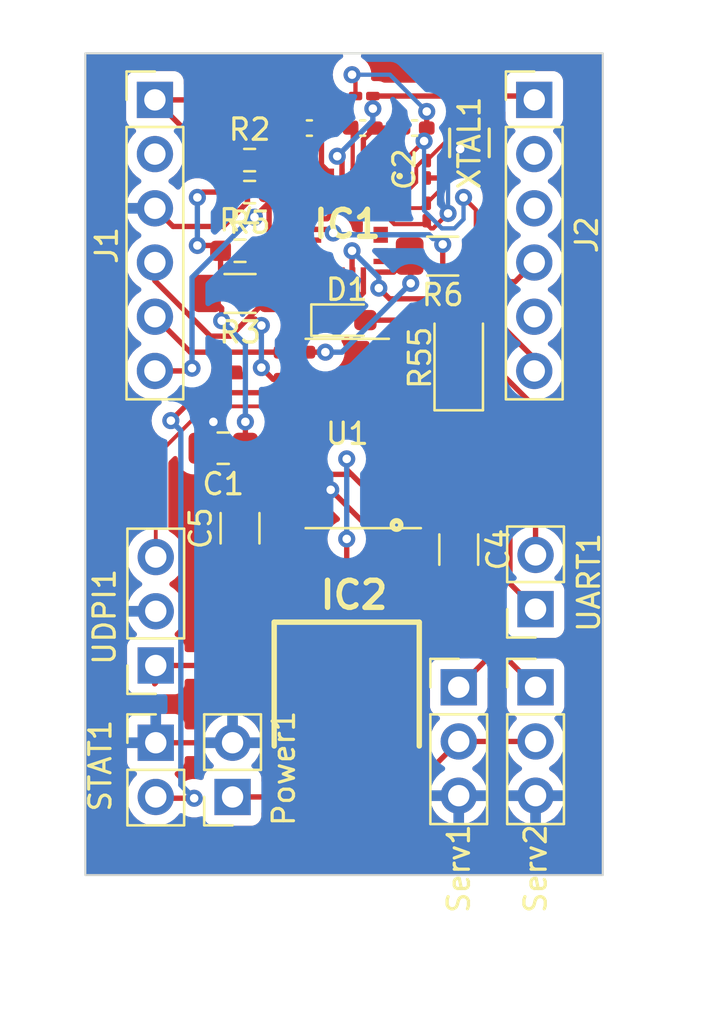
<source format=kicad_pcb>
(kicad_pcb (version 20221018) (generator pcbnew)
  (layers (0 "F.Cu" signal) (31 "B.Cu" signal) (34 "B.Paste" user) (35 "F.Paste" user) (36 "B.SilkS" user "B.Silkscreen") (37 "F.SilkS" user "F.Silkscreen") (38 "B.Mask" user) (39 "F.Mask" user) (44 "Edge.Cuts" user))
  (net 0 "")
  (net 1 "3.3")
  (net 2 "GND")
  (net 3 "Net-(IC1-XIN32)")
  (net 4 "Net-(IC1-XOUT32{slash}CLKSEL1)")
  (net 5 "+5V")
  (net 6 "Net-(IC1-CAP)")
  (net 7 "Net-(D1-A)")
  (net 8 "SDA")
  (net 9 "SCL")
  (net 11 "INT")
  (net 12 "BOOTN")
  (net 15 "RST")
  (net 17 "CSN")
  (net 18 "+BATT")
  (net 19 "LED")
  (net 20 "PWM 1")
  (net 21 "PWM 2")
  (net 22 "STAT")
  (net 23 "RX")
  (net 24 "TX")
  (net 25 "UPDI")
  (footprint "Capacitor_SMD:C_1206_3216Metric_Pad1.33x1.80mm_HandSolder" (layer "F.Cu") (at 78.25 94.75 90)
    (fp_text reference "C5" (at 0 -1.85 90) (layer "F.SilkS"))
    (fp_text value "C_100uF" hide)
    (fp_line (start -0.711252 -0.91) (end 0.711252 -0.91) (stroke (width 0.12)) (layer "F.SilkS"))
    (fp_line (start -0.711252 0.91) (end 0.711252 0.91) (stroke (width 0.12)) (layer "F.SilkS"))
    (pad "1" smd roundrect (at -1.5625 0 90) (size 1.325 1.8) (layers "F.Cu" "F.Paste" "F.Mask") (roundrect_rratio 0.188679) (net 5 "+5V"))
    (pad "2" smd roundrect (at 1.5625 0 90) (size 1.325 1.8) (layers "F.Cu" "F.Paste" "F.Mask") (roundrect_rratio 0.188679) (net 2 "GND"))
  )
  (footprint "Capacitor_SMD:C_0402_1005Metric_Pad0.74x0.62mm_HandSolder" (layer "F.Cu") (at 81.5 76 180)
    (fp_text reference "D-CUP2" hide)
    (fp_text value "C_0.1uF" hide)
    (fp_line (start -0.115835 -0.36) (end 0.115835 -0.36) (stroke (width 0.12)) (layer "F.SilkS"))
    (fp_line (start -0.115835 0.36) (end 0.115835 0.36) (stroke (width 0.12)) (layer "F.SilkS"))
    (pad "1" smd roundrect (at -0.5675 0 180) (size 0.735 0.62) (layers "F.Cu" "F.Paste" "F.Mask") (net 2 "GND"))
    (pad "2" smd roundrect (at 0.5675 0 180) (size 0.735 0.62) (layers "F.Cu" "F.Paste" "F.Mask") (net 6 "Net-(IC1-CAP)"))
  )
  (footprint "Resistor_SMD:R_1206_3216Metric_Pad1.30x1.75mm_HandSolder" (layer "F.Cu") (at 87.75 82 180)
    (fp_text reference "R6" (at 0 -1.82) (layer "F.SilkS"))
    (fp_text value "2.2k" hide)
    (fp_line (start -0.727064 -0.91) (end 0.727064 -0.91) (stroke (width 0.12)) (layer "F.SilkS"))
    (fp_line (start -0.727064 0.91) (end 0.727064 0.91) (stroke (width 0.12)) (layer "F.SilkS"))
    (pad "1" smd roundrect (at -1.55 0 180) (size 1.3 1.75) (layers "F.Cu" "F.Paste" "F.Mask") (roundrect_rratio 0.192308) (net 1 "3.3"))
    (pad "2" smd roundrect (at 1.55 0 180) (size 1.3 1.75) (layers "F.Cu" "F.Paste" "F.Mask") (roundrect_rratio 0.192308) (net 8 "SDA"))
  )
  (footprint "Connector_PinHeader_2.54mm:PinHeader_1x06_P2.54mm_Vertical" (layer "F.Cu") (at 92.04 74.68)
    (fp_text reference "J2" (at 2.46 6.32 90) (layer "F.SilkS"))
    (fp_text value "Conn_01x06_Socket" hide)
    (fp_line (start -1.33 -1.33) (end 0 -1.33) (stroke (width 0.12)) (layer "F.SilkS"))
    (fp_line (start -1.33 0) (end -1.33 -1.33) (stroke (width 0.12)) (layer "F.SilkS"))
    (fp_line (start -1.33 1.27) (end -1.33 14.03) (stroke (width 0.12)) (layer "F.SilkS"))
    (fp_line (start -1.33 1.27) (end 1.33 1.27) (stroke (width 0.12)) (layer "F.SilkS"))
    (fp_line (start -1.33 14.03) (end 1.33 14.03) (stroke (width 0.12)) (layer "F.SilkS"))
    (fp_line (start 1.33 1.27) (end 1.33 14.03) (stroke (width 0.12)) (layer "F.SilkS"))
    (pad "1" thru_hole rect (at 0 0) (size 1.7 1.7) (drill 1) (layers "*.Cu" "*.Mask") (net 12 "BOOTN"))
    (pad "2" thru_hole oval (at 0 2.54) (size 1.7 1.7) (drill 1) (layers "*.Cu" "*.Mask"))
    (pad "3" thru_hole oval (at 0 5.08) (size 1.7 1.7) (drill 1) (layers "*.Cu" "*.Mask"))
    (pad "4" thru_hole oval (at 0 7.62) (size 1.7 1.7) (drill 1) (layers "*.Cu" "*.Mask") (net 15 "RST"))
    (pad "5" thru_hole oval (at 0 10.16) (size 1.7 1.7) (drill 1) (layers "*.Cu" "*.Mask"))
    (pad "6" thru_hole oval (at 0 12.7) (size 1.7 1.7) (drill 1) (layers "*.Cu" "*.Mask") (net 17 "CSN"))
  )
  (footprint "Capacitor_SMD:C_1206_3216Metric_Pad1.33x1.80mm_HandSolder" (layer "F.Cu") (at 88.5 95.75 -90)
    (fp_text reference "C4" (at 0 -1.85 90) (layer "F.SilkS"))
    (fp_text value "C_100uF" hide)
    (fp_line (start -0.711252 -0.91) (end 0.711252 -0.91) (stroke (width 0.12)) (layer "F.SilkS"))
    (fp_line (start -0.711252 0.91) (end 0.711252 0.91) (stroke (width 0.12)) (layer "F.SilkS"))
    (pad "1" smd roundrect (at -1.5625 0 270) (size 1.325 1.8) (layers "F.Cu" "F.Paste" "F.Mask") (roundrect_rratio 0.188679) (net 1 "3.3"))
    (pad "2" smd roundrect (at 1.5625 0 270) (size 1.325 1.8) (layers "F.Cu" "F.Paste" "F.Mask") (roundrect_rratio 0.188679) (net 2 "GND"))
  )
  (footprint "LED_SMD:LED_0603_1608Metric_Pad1.05x0.95mm_HandSolder" (layer "F.Cu") (at 83.25 85)
    (fp_text reference "D1" (at 0 -1.43) (layer "F.SilkS"))
    (fp_text value "LED")
    (fp_line (start -1.66 -0.735) (end -1.66 0.735) (stroke (width 0.12)) (layer "F.SilkS"))
    (fp_line (start -1.66 0.735) (end 0.8 0.735) (stroke (width 0.12)) (layer "F.SilkS"))
    (fp_line (start 0.8 -0.735) (end -1.66 -0.735) (stroke (width 0.12)) (layer "F.SilkS"))
    (pad "1" smd roundrect (at -0.875 0) (size 1.05 0.95) (layers "F.Cu" "F.Paste" "F.Mask") (net 2 "GND"))
    (pad "2" smd roundrect (at 0.875 0) (size 1.05 0.95) (layers "F.Cu" "F.Paste" "F.Mask") (net 7 "Net-(D1-A)"))
  )
  (footprint "Resistor_SMD:R_1206_3216Metric_Pad1.30x1.75mm_HandSolder" (layer "F.Cu") (at 78.25 83.75 180)
    (fp_text reference "R3" (at 0 -1.82) (layer "F.SilkS"))
    (fp_text value "2.2k" hide)
    (fp_line (start -0.727064 -0.91) (end 0.727064 -0.91) (stroke (width 0.12)) (layer "F.SilkS"))
    (fp_line (start -0.727064 0.91) (end 0.727064 0.91) (stroke (width 0.12)) (layer "F.SilkS"))
    (pad "1" smd roundrect (at -1.55 0 180) (size 1.3 1.75) (layers "F.Cu" "F.Paste" "F.Mask") (roundrect_rratio 0.192308) (net 9 "SCL"))
    (pad "2" smd roundrect (at 1.55 0 180) (size 1.3 1.75) (layers "F.Cu" "F.Paste" "F.Mask") (roundrect_rratio 0.192308) (net 1 "3.3"))
  )
  (footprint "Connector_PinSocket_2.54mm:PinSocket_1x02_P2.54mm_Vertical" (layer "F.Cu") (at 92.1 98.54 180)
    (fp_text reference "UART1" (at -2.5 1.25 90) (layer "F.SilkS"))
    (fp_text value "Conn_01x02_Socket" hide)
    (fp_line (start -1.33 1.27) (end -1.33 3.87) (stroke (width 0.12)) (layer "F.SilkS"))
    (fp_line (start -1.33 1.27) (end 1.33 1.27) (stroke (width 0.12)) (layer "F.SilkS"))
    (fp_line (start -1.33 3.87) (end 1.33 3.87) (stroke (width 0.12)) (layer "F.SilkS"))
    (fp_line (start 0 -1.33) (end 1.33 -1.33) (stroke (width 0.12)) (layer "F.SilkS"))
    (fp_line (start 1.33 -1.33) (end 1.33 0) (stroke (width 0.12)) (layer "F.SilkS"))
    (fp_line (start 1.33 1.27) (end 1.33 3.87) (stroke (width 0.12)) (layer "F.SilkS"))
    (pad "1" thru_hole rect (at 0 0 180) (size 1.7 1.7) (drill 1) (layers "*.Cu" "*.Mask") (net 23 "RX"))
    (pad "2" thru_hole oval (at 0 2.54 180) (size 1.7 1.7) (drill 1) (layers "*.Cu" "*.Mask") (net 24 "TX"))
  )
  (footprint "Connector_PinSocket_2.54mm:PinSocket_1x03_P2.54mm_Vertical" (layer "F.Cu") (at 74.3 101.18 180)
    (fp_text reference "UDPI1" (at 2.4 2.28 90) (layer "F.SilkS"))
    (fp_text value "Conn_01x03_Socket" hide)
    (fp_line (start -1.33 1.27) (end -1.33 6.41) (stroke (width 0.12)) (layer "F.SilkS"))
    (fp_line (start -1.33 1.27) (end 1.33 1.27) (stroke (width 0.12)) (layer "F.SilkS"))
    (fp_line (start -1.33 6.41) (end 1.33 6.41) (stroke (width 0.12)) (layer "F.SilkS"))
    (fp_line (start 0 -1.33) (end 1.33 -1.33) (stroke (width 0.12)) (layer "F.SilkS"))
    (fp_line (start 1.33 -1.33) (end 1.33 0) (stroke (width 0.12)) (layer "F.SilkS"))
    (fp_line (start 1.33 1.27) (end 1.33 6.41) (stroke (width 0.12)) (layer "F.SilkS"))
    (pad "1" thru_hole rect (at 0 0 180) (size 1.7 1.7) (drill 1) (layers "*.Cu" "*.Mask") (net 1 "3.3"))
    (pad "2" thru_hole oval (at 0 2.54 180) (size 1.7 1.7) (drill 1) (layers "*.Cu" "*.Mask") (net 2 "GND"))
    (pad "3" thru_hole oval (at 0 5.08 180) (size 1.7 1.7) (drill 1) (layers "*.Cu" "*.Mask") (net 25 "UPDI"))
  )
  (footprint "Connector_PinHeader_2.54mm:PinHeader_1x02_P2.54mm_Vertical" (layer "F.Cu") (at 74.3 104.8)
    (fp_text reference "STAT1" (at -2.6 1.075 90) (layer "F.SilkS"))
    (fp_text value "Conn_01x02_Pin" hide)
    (fp_line (start -1.33 -1.33) (end 0 -1.33) (stroke (width 0.12)) (layer "F.SilkS"))
    (fp_line (start -1.33 0) (end -1.33 -1.33) (stroke (width 0.12)) (layer "F.SilkS"))
    (fp_line (start -1.33 1.27) (end -1.33 3.87) (stroke (width 0.12)) (layer "F.SilkS"))
    (fp_line (start -1.33 1.27) (end 1.33 1.27) (stroke (width 0.12)) (layer "F.SilkS"))
    (fp_line (start -1.33 3.87) (end 1.33 3.87) (stroke (width 0.12)) (layer "F.SilkS"))
    (fp_line (start 1.33 1.27) (end 1.33 3.87) (stroke (width 0.12)) (layer "F.SilkS"))
    (pad "1" thru_hole rect (at 0 0) (size 1.7 1.7) (drill 1) (layers "*.Cu" "*.Mask") (net 2 "GND"))
    (pad "2" thru_hole oval (at 0 2.54) (size 1.7 1.7) (drill 1) (layers "*.Cu" "*.Mask") (net 22 "STAT"))
  )
  (footprint "32Crys:XTAL_ABS07-32.768KHZ-7-T_ABR" (layer "F.Cu") (at 89 76.6938 90)
    (fp_text reference "XTAL1" (at 0 0 90 unlocked) (layer "F.SilkS"))
    (fp_text value "ABS07-32.768KHZ-7-T" hide)
    (fp_line (start -0.647219 0.9271) (end 0.647219 0.9271) (stroke (width 0.1524)) (layer "F.SilkS"))
    (fp_line (start 0.647219 -0.9271) (end -0.647219 -0.9271) (stroke (width 0.1524)) (layer "F.SilkS"))
    (pad "1" smd rect (at -1.1938 0 90) (size 0.6096 1.397) (layers "F.Cu" "F.Paste" "F.Mask") (net 4 "Net-(IC1-XOUT32{slash}CLKSEL1)"))
    (pad "2" smd rect (at 1.1938 0 90) (size 0.6096 1.397) (layers "F.Cu" "F.Paste" "F.Mask") (net 3 "Net-(IC1-XIN32)"))
  )
  (footprint "Connector_PinHeader_2.54mm:PinHeader_1x06_P2.54mm_Vertical" (layer "F.Cu") (at 74.26 74.68)
    (fp_text reference "J1" (at -2.26 6.82 -90) (layer "F.SilkS"))
    (fp_text value "Conn_01x06_Socket" hide)
    (fp_line (start -1.33 -1.33) (end 0 -1.33) (stroke (width 0.12)) (layer "F.SilkS"))
    (fp_line (start -1.33 0) (end -1.33 -1.33) (stroke (width 0.12)) (layer "F.SilkS"))
    (fp_line (start -1.33 1.27) (end -1.33 14.03) (stroke (width 0.12)) (layer "F.SilkS"))
    (fp_line (start -1.33 1.27) (end 1.33 1.27) (stroke (width 0.12)) (layer "F.SilkS"))
    (fp_line (start -1.33 14.03) (end 1.33 14.03) (stroke (width 0.12)) (layer "F.SilkS"))
    (fp_line (start 1.33 1.27) (end 1.33 14.03) (stroke (width 0.12)) (layer "F.SilkS"))
    (pad "1" thru_hole rect (at 0 0) (size 1.7 1.7) (drill 1) (layers "*.Cu" "*.Mask") (net 1 "3.3"))
    (pad "2" thru_hole oval (at 0 2.54) (size 1.7 1.7) (drill 1) (layers "*.Cu" "*.Mask"))
    (pad "3" thru_hole oval (at 0 5.08) (size 1.7 1.7) (drill 1) (layers "*.Cu" "*.Mask") (net 2 "GND"))
    (pad "4" thru_hole oval (at 0 7.62) (size 1.7 1.7) (drill 1) (layers "*.Cu" "*.Mask") (net 9 "SCL"))
    (pad "5" thru_hole oval (at 0 10.16) (size 1.7 1.7) (drill 1) (layers "*.Cu" "*.Mask") (net 8 "SDA"))
    (pad "6" thru_hole oval (at 0 12.7) (size 1.7 1.7) (drill 1) (layers "*.Cu" "*.Mask") (net 11 "INT"))
  )
  (footprint "VReg3.3:TO252-3L_1" (layer "F.Cu") (at 83.25 104.95 180)
    (fp_text reference "IC2" (at -0.341 7.069) (layer "F.SilkS") (effects (font (size 1.27 1.27) (thickness 0.254))))
    (fp_text value "AP1086DL-13" hide)
    (fp_line (start -3.4 0) (end -3.4 5.8) (stroke (width 0.254)) (layer "F.SilkS"))
    (fp_line (start -3.4 5.8) (end 3.4 5.8) (stroke (width 0.254)) (layer "F.SilkS"))
    (fp_line (start 3.4 5.8) (end 3.4 0) (stroke (width 0.254)) (layer "F.SilkS"))
    (fp_circle (center -2.335 10.353) (end -2.335 10.42573) (stroke (width 0.254)) (fill none) (layer "F.SilkS"))
    (pad "1" smd rect (at -2.25 8.7 180) (size 1.2 2) (layers "F.Cu" "F.Paste" "F.Mask") (net 2 "GND"))
    (pad "2" smd rect (at 2.25 8.7 180) (size 1.2 2) (layers "F.Cu" "F.Paste" "F.Mask") (net 5 "+5V"))
    (pad "3" smd rect (at 0 1.5 270) (size 5.6 5.6) (layers "F.Cu" "F.Paste" "F.Mask") (net 1 "3.3"))
  )
  (footprint "Connector_PinHeader_2.54mm:PinHeader_1x03_P2.54mm_Vertical" (layer "F.Cu") (at 92.1 102.2)
    (fp_text reference "Serv2" (at 0 8.5 90) (layer "F.SilkS"))
    (fp_text value "Conn_01x03_Pin" hide)
    (fp_line (start -1.33 -1.33) (end 0 -1.33) (stroke (width 0.12)) (layer "F.SilkS"))
    (fp_line (start -1.33 0) (end -1.33 -1.33) (stroke (width 0.12)) (layer "F.SilkS"))
    (fp_line (start -1.33 1.27) (end -1.33 6.41) (stroke (width 0.12)) (layer "F.SilkS"))
    (fp_line (start -1.33 1.27) (end 1.33 1.27) (stroke (width 0.12)) (layer "F.SilkS"))
    (fp_line (start -1.33 6.41) (end 1.33 6.41) (stroke (width 0.12)) (layer "F.SilkS"))
    (fp_line (start 1.33 1.27) (end 1.33 6.41) (stroke (width 0.12)) (layer "F.SilkS"))
    (pad "1" thru_hole rect (at 0 0) (size 1.7 1.7) (drill 1) (layers "*.Cu" "*.Mask") (net 21 "PWM 2"))
    (pad "2" thru_hole oval (at 0 2.54) (size 1.7 1.7) (drill 1) (layers "*.Cu" "*.Mask") (net 18 "+BATT"))
    (pad "3" thru_hole oval (at 0 5.08) (size 1.7 1.7) (drill 1) (layers "*.Cu" "*.Mask") (net 2 "GND"))
  )
  (footprint "Capacitor_SMD:C_0201_0603Metric_Pad0.64x0.40mm_HandSolder" (layer "F.Cu") (at 87 79.9325 90)
    (fp_text reference "C3" hide)
    (fp_text value "CL10C070DB8NNNC" hide)
    (pad "1" smd roundrect (at -0.4075 0 90) (size 0.635 0.4) (layers "F.Cu" "F.Mask") (net 2 "GND"))
    (pad "2" smd roundrect (at 0.4075 0 90) (size 0.635 0.4) (layers "F.Cu" "F.Mask") (net 4 "Net-(IC1-XOUT32{slash}CLKSEL1)"))
  )
  (footprint "Connector_PinHeader_2.54mm:PinHeader_1x03_P2.54mm_Vertical" (layer "F.Cu") (at 88.5 102.2)
    (fp_text reference "Serv1" (at 0 8.5 -90) (layer "F.SilkS"))
    (fp_text value "Conn_01x03_Pin" hide)
    (fp_line (start -1.33 -1.33) (end 0 -1.33) (stroke (width 0.12)) (layer "F.SilkS"))
    (fp_line (start -1.33 0) (end -1.33 -1.33) (stroke (width 0.12)) (layer "F.SilkS"))
    (fp_line (start -1.33 1.27) (end -1.33 6.41) (stroke (width 0.12)) (layer "F.SilkS"))
    (fp_line (start -1.33 1.27) (end 1.33 1.27) (stroke (width 0.12)) (layer "F.SilkS"))
    (fp_line (start -1.33 6.41) (end 1.33 6.41) (stroke (width 0.12)) (layer "F.SilkS"))
    (fp_line (start 1.33 1.27) (end 1.33 6.41) (stroke (width 0.12)) (layer "F.SilkS"))
    (pad "1" thru_hole rect (at 0 0) (size 1.7 1.7) (drill 1) (layers "*.Cu" "*.Mask") (net 20 "PWM 1"))
    (pad "2" thru_hole oval (at 0 2.54) (size 1.7 1.7) (drill 1) (layers "*.Cu" "*.Mask") (net 18 "+BATT"))
    (pad "3" thru_hole oval (at 0 5.08) (size 1.7 1.7) (drill 1) (layers "*.Cu" "*.Mask") (net 2 "GND"))
  )
  (footprint "Capacitor_SMD:C_0805_2012Metric_Pad1.18x1.45mm_HandSolder" (layer "F.Cu") (at 77.4625 91 180)
    (fp_text reference "C1" (at 0 -1.68) (layer "F.SilkS"))
    (fp_text value "C_10uF" hide)
    (fp_line (start -0.261252 -0.735) (end 0.261252 -0.735) (stroke (width 0.12)) (layer "F.SilkS"))
    (fp_line (start -0.261252 0.735) (end 0.261252 0.735) (stroke (width 0.12)) (layer "F.SilkS"))
    (pad "1" smd roundrect (at -1.0375 0 180) (size 1.175 1.45) (layers "F.Cu" "F.Paste" "F.Mask") (roundrect_rratio 0.212766) (net 1 "3.3"))
    (pad "2" smd roundrect (at 1.0375 0 180) (size 1.175 1.45) (layers "F.Cu" "F.Paste" "F.Mask") (roundrect_rratio 0.212766) (net 2 "GND"))
  )
  (footprint "Resistor_SMD:R_0201_0603Metric_Pad0.64x0.40mm_HandSolder" (layer "F.Cu") (at 84.0675 74.5)
    (fp_text reference "R1" hide)
    (fp_text value "10KR" hide)
    (pad "1" smd roundrect (at -0.4075 0) (size 0.635 0.4) (layers "F.Cu" "F.Mask") (net 1 "3.3"))
    (pad "2" smd roundrect (at 0.4075 0) (size 0.635 0.4) (layers "F.Cu" "F.Mask") (net 12 "BOOTN"))
  )
  (footprint "Capacitor_SMD:C_0402_1005Metric_Pad0.74x0.62mm_HandSolder" (layer "F.Cu") (at 84 76)
    (fp_text reference "D-CUP3" hide)
    (fp_text value "C_0.1uF" hide)
    (fp_line (start -0.115835 -0.36) (end 0.115835 -0.36) (stroke (width 0.12)) (layer "F.SilkS"))
    (fp_line (start -0.115835 0.36) (end 0.115835 0.36) (stroke (width 0.12)) (layer "F.SilkS"))
    (pad "1" smd roundrect (at -0.5675 0) (size 0.735 0.62) (layers "F.Cu" "F.Paste" "F.Mask") (net 1 "3.3"))
    (pad "2" smd roundrect (at 0.5675 0) (size 0.735 0.62) (layers "F.Cu" "F.Paste" "F.Mask") (net 2 "GND"))
  )
  (footprint "Resistor_SMD:R_0603_1608Metric_Pad0.98x0.95mm_HandSolder" (layer "F.Cu") (at 78.7 79 180)
    (fp_text reference "R5" (at 0 -1.43) (layer "F.SilkS"))
    (fp_text value "10KR" hide)
    (fp_line (start -0.254724 -0.5225) (end 0.254724 -0.5225) (stroke (width 0.12)) (layer "F.SilkS"))
    (fp_line (start -0.254724 0.5225) (end 0.254724 0.5225) (stroke (width 0.12)) (layer "F.SilkS"))
    (pad "1" smd roundrect (at -0.9125 0 180) (size 0.975 0.95) (layers "F.Cu" "F.Paste" "F.Mask") (net 11 "INT"))
    (pad "2" smd roundrect (at 0.9125 0 180) (size 0.975 0.95) (layers "F.Cu" "F.Paste" "F.Mask") (net 1 "3.3"))
  )
  (footprint "Capacitor_SMD:C_0402_1005Metric_Pad0.74x0.62mm_HandSolder" (layer "F.Cu") (at 86.4325 76 180)
    (fp_text reference "D-CUP1" hide)
    (fp_text value "C_0.1uF" hide)
    (fp_line (start -0.115835 -0.36) (end 0.115835 -0.36) (stroke (width 0.12)) (layer "F.SilkS"))
    (fp_line (start -0.115835 0.36) (end 0.115835 0.36) (stroke (width 0.12)) (layer "F.SilkS"))
    (pad "1" smd roundrect (at -0.5675 0 180) (size 0.735 0.62) (layers "F.Cu" "F.Paste" "F.Mask") (net 1 "3.3"))
    (pad "2" smd roundrect (at 0.5675 0 180) (size 0.735 0.62) (layers "F.Cu" "F.Paste" "F.Mask") (net 2 "GND"))
  )
  (footprint "BNO085:BNO085" (layer "F.Cu") (at 83.28 80.5)
    (fp_text reference "IC1" (at 0 0) (layer "F.SilkS") (effects (font (size 1.27 1.27) (thickness 0.254))))
    (fp_text value "BNO085" hide)
    (fp_line (start 2.4 -2.25) (end 2.4 -2.25) (stroke (width 0.2)) (layer "F.SilkS"))
    (fp_line (start 2.4 -2.25) (end 2.4 -2.25) (stroke (width 0.2)) (layer "F.SilkS"))
    (fp_line (start 2.5 -2.25) (end 2.5 -2.25) (stroke (width 0.2)) (layer "F.SilkS"))
    (fp_arc (start 2.4 -2.25) (mid 2.45 -2.3) (end 2.5 -2.25) (stroke (width 0.2)) (layer "F.SilkS"))
    (fp_arc (start 2.5 -2.25) (mid 2.45 -2.2) (end 2.4 -2.25) (stroke (width 0.2)) (layer "F.SilkS"))
    (fp_arc (start 2.5 -2.25) (mid 2.45 -2.2) (end 2.4 -2.25) (stroke (width 0.2)) (layer "F.SilkS"))
    (pad "1" smd rect (at 1.563 -2.25 90) (size 0.25 0.675) (layers "F.Cu" "F.Paste" "F.Mask"))
    (pad "2" smd rect (at 0.75 -2.313) (size 0.25 0.575) (layers "F.Cu" "F.Paste" "F.Mask") (net 2 "GND"))
    (pad "3" smd rect (at 0.25 -2.313) (size 0.25 0.575) (layers "F.Cu" "F.Paste" "F.Mask") (net 1 "3.3"))
    (pad "4" smd rect (at -0.25 -2.313) (size 0.25 0.575) (layers "F.Cu" "F.Paste" "F.Mask") (net 12 "BOOTN"))
    (pad "5" smd rect (at -0.75 -2.313) (size 0.25 0.575) (layers "F.Cu" "F.Paste" "F.Mask") (net 2 "GND"))
    (pad "6" smd rect (at -1.563 -2.25 90) (size 0.25 0.675) (layers "F.Cu" "F.Paste" "F.Mask") (net 2 "GND"))
    (pad "7" smd rect (at -1.563 -1.75 90) (size 0.25 0.675) (layers "F.Cu" "F.Paste" "F.Mask"))
    (pad "8" smd rect (at -1.563 -1.25 90) (size 0.25 0.675) (layers "F.Cu" "F.Paste" "F.Mask"))
    (pad "9" smd rect (at -1.563 -0.75 90) (size 0.25 0.675) (layers "F.Cu" "F.Paste" "F.Mask") (net 6 "Net-(IC1-CAP)"))
    (pad "10" smd rect (at -1.563 -0.25 90) (size 0.25 0.675) (layers "F.Cu" "F.Paste" "F.Mask") (net 2 "GND"))
    (pad "11" smd rect (at -1.563 0.25 90) (size 0.25 0.675) (layers "F.Cu" "F.Paste" "F.Mask") (net 15 "RST"))
    (pad "12" smd rect (at -1.563 0.75 90) (size 0.25 0.675) (layers "F.Cu" "F.Paste" "F.Mask"))
    (pad "13" smd rect (at -1.563 1.25 90) (size 0.25 0.675) (layers "F.Cu" "F.Paste" "F.Mask"))
    (pad "14" smd rect (at -1.563 1.75 90) (size 0.25 0.675) (layers "F.Cu" "F.Paste" "F.Mask") (net 11 "INT"))
    (pad "15" smd rect (at -1.563 2.25 90) (size 0.25 0.675) (layers "F.Cu" "F.Paste" "F.Mask"))
    (pad "16" smd rect (at -0.75 2.313) (size 0.25 0.575) (layers "F.Cu" "F.Paste" "F.Mask"))
    (pad "17" smd rect (at -0.25 2.313) (size 0.25 0.575) (layers "F.Cu" "F.Paste" "F.Mask"))
    (pad "18" smd rect (at 0.25 2.313) (size 0.25 0.575) (layers "F.Cu" "F.Paste" "F.Mask") (net 17 "CSN"))
    (pad "19" smd rect (at 0.75 2.313) (size 0.25 0.575) (layers "F.Cu" "F.Paste" "F.Mask") (net 9 "SCL"))
    (pad "20" smd rect (at 1.563 2.25 90) (size 0.25 0.675) (layers "F.Cu" "F.Paste" "F.Mask") (net 8 "SDA"))
    (pad "21" smd rect (at 1.563 1.75 90) (size 0.25 0.675) (layers "F.Cu" "F.Paste" "F.Mask"))
    (pad "22" smd rect (at 1.563 1.25 90) (size 0.25 0.675) (layers "F.Cu" "F.Paste" "F.Mask"))
    (pad "23" smd rect (at 1.563 0.75 90) (size 0.25 0.675) (layers "F.Cu" "F.Paste" "F.Mask"))
    (pad "24" smd rect (at 1.563 0.25 90) (size 0.25 0.675) (layers "F.Cu" "F.Paste" "F.Mask"))
    (pad "25" smd rect (at 1.563 -0.25 90) (size 0.25 0.675) (layers "F.Cu" "F.Paste" "F.Mask") (net 2 "GND"))
    (pad "26" smd rect (at 1.563 -0.75 90) (size 0.25 0.675) (layers "F.Cu" "F.Paste" "F.Mask") (net 4 "Net-(IC1-XOUT32{slash}CLKSEL1)"))
    (pad "27" smd rect (at 1.563 -1.25 90) (size 0.25 0.675) (layers "F.Cu" "F.Paste" "F.Mask") (net 3 "Net-(IC1-XIN32)"))
    (pad "28" smd rect (at 1.563 -1.75 90) (size 0.25 0.675) (layers "F.Cu" "F.Paste" "F.Mask") (net 1 "3.3"))
  )
  (footprint "Package_SO:SOIC-14_3.9x8.7mm_P1.27mm" (layer "F.Cu") (at 83.275 90.31 180)
    (fp_text reference "U1" (at 0 -0.01) (layer "F.SilkS"))
    (fp_text value "ATtiny404-SS" hide)
    (fp_line (start 0 -4.435) (end -3.45 -4.435) (stroke (width 0.12)) (layer "F.SilkS"))
    (fp_line (start 0 -4.435) (end 1.95 -4.435) (stroke (width 0.12)) (layer "F.SilkS"))
    (fp_line (start 0 4.435) (end -1.95 4.435) (stroke (width 0.12)) (layer "F.SilkS"))
    (fp_line (start 0 4.435) (end 1.95 4.435) (stroke (width 0.12)) (layer "F.SilkS"))
    (pad "1" smd roundrect (at -2.475 -3.81 180) (size 1.95 0.6) (layers "F.Cu" "F.Paste" "F.Mask") (net 1 "3.3"))
    (pad "2" smd roundrect (at -2.475 -2.54 180) (size 1.95 0.6) (layers "F.Cu" "F.Paste" "F.Mask") (net 20 "PWM 1"))
    (pad "3" smd roundrect (at -2.475 -1.27 180) (size 1.95 0.6) (layers "F.Cu" "F.Paste" "F.Mask") (net 21 "PWM 2"))
    (pad "4" smd roundrect (at -2.475 0 180) (size 1.95 0.6) (layers "F.Cu" "F.Paste" "F.Mask") (net 22 "STAT"))
    (pad "5" smd roundrect (at -2.475 1.27 180) (size 1.95 0.6) (layers "F.Cu" "F.Paste" "F.Mask") (net 19 "LED"))
    (pad "6" smd roundrect (at -2.475 2.54 180) (size 1.95 0.6) (layers "F.Cu" "F.Paste" "F.Mask") (net 23 "RX"))
    (pad "7" smd roundrect (at -2.475 3.81 180) (size 1.95 0.6) (layers "F.Cu" "F.Paste" "F.Mask") (net 24 "TX"))
    (pad "8" smd roundrect (at 2.475 3.81 180) (size 1.95 0.6) (layers "F.Cu" "F.Paste" "F.Mask") (net 8 "SDA"))
    (pad "9" smd roundrect (at 2.475 2.54 180) (size 1.95 0.6) (layers "F.Cu" "F.Paste" "F.Mask") (net 9 "SCL"))
    (pad "10" smd roundrect (at 2.475 1.27 180) (size 1.95 0.6) (layers "F.Cu" "F.Paste" "F.Mask") (net 25 "UPDI"))
    (pad "11" smd roundrect (at 2.475 0 180) (size 1.95 0.6) (layers "F.Cu" "F.Paste" "F.Mask"))
    (pad "12" smd roundrect (at 2.475 -1.27 180) (size 1.95 0.6) (layers "F.Cu" "F.Paste" "F.Mask"))
    (pad "13" smd roundrect (at 2.475 -2.54 180) (size 1.95 0.6) (layers "F.Cu" "F.Paste" "F.Mask"))
    (pad "14" smd roundrect (at 2.475 -3.81 180) (size 1.95 0.6) (layers "F.Cu" "F.Paste" "F.Mask") (net 2 "GND"))
  )
  (footprint "Resistor_SMD:R_0603_1608Metric_Pad0.98x0.95mm_HandSolder" (layer "F.Cu") (at 78.25 81.75)
    (fp_text reference "R4" (at 0 -1.43) (layer "F.SilkS"))
    (fp_text value "10KR" hide)
    (fp_line (start -0.254724 -0.5225) (end 0.254724 -0.5225) (stroke (width 0.12)) (layer "F.SilkS"))
    (fp_line (start -0.254724 0.5225) (end 0.254724 0.5225) (stroke (width 0.12)) (layer "F.SilkS"))
    (pad "1" smd roundrect (at -0.9125 0) (size 0.975 0.95) (layers "F.Cu" "F.Paste" "F.Mask") (net 1 "3.3"))
    (pad "2" smd roundrect (at 0.9125 0) (size 0.975 0.95) (layers "F.Cu" "F.Paste" "F.Mask") (net 17 "CSN"))
  )
  (footprint "Resistor_SMD:R_0603_1608Metric_Pad0.98x0.95mm_HandSolder" (layer "F.Cu") (at 78.7 77.5)
    (fp_text reference "R2" (at 0 -1.43) (layer "F.SilkS"))
    (fp_text value "10KR" hide)
    (fp_line (start -0.254724 -0.5225) (end 0.254724 -0.5225) (stroke (width 0.12)) (layer "F.SilkS"))
    (fp_line (start -0.254724 0.5225) (end 0.254724 0.5225) (stroke (width 0.12)) (layer "F.SilkS"))
    (pad "1" smd roundrect (at -0.9125 0) (size 0.975 0.95) (layers "F.Cu" "F.Paste" "F.Mask") (net 1 "3.3"))
    (pad "2" smd roundrect (at 0.9125 0) (size 0.975 0.95) (layers "F.Cu" "F.Paste" "F.Mask") (net 15 "RST"))
  )
  (footprint "LED_SMD:LED_1206_3216Metric_Pad1.42x1.75mm_HandSolder" (layer "F.Cu") (at 88.5 86.7625 90)
    (fp_text reference "R55" (at 0 -1.82 90) (layer "F.SilkS"))
    (fp_text value "RES")
    (fp_line (start -2.46 -1.135) (end -2.46 1.135) (stroke (width 0.12)) (layer "F.SilkS"))
    (fp_line (start -2.46 1.135) (end 1.6 1.135) (stroke (width 0.12)) (layer "F.SilkS"))
    (fp_line (start 1.6 -1.135) (end -2.46 -1.135) (stroke (width 0.12)) (layer "F.SilkS"))
    (pad "1" smd roundrect (at -1.4875 0 90) (size 1.425 1.75) (layers "F.Cu" "F.Paste" "F.Mask") (roundrect_rratio 0.175439) (net 19 "LED"))
    (pad "2" smd roundrect (at 1.4875 0 90) (size 1.425 1.75) (layers "F.Cu" "F.Paste" "F.Mask") (roundrect_rratio 0.175439) (net 7 "Net-(D1-A)"))
  )
  (footprint "Connector_PinSocket_2.54mm:PinSocket_1x02_P2.54mm_Vertical" (layer "F.Cu") (at 77.9 107.34 180)
    (fp_text reference "Power1" (at -2.4 1.34 90) (layer "F.SilkS"))
    (fp_text value "Conn_01x02_Socket" hide)
    (fp_line (start -1.33 1.27) (end -1.33 3.87) (stroke (width 0.12)) (layer "F.SilkS"))
    (fp_line (start -1.33 1.27) (end 1.33 1.27) (stroke (width 0.12)) (layer "F.SilkS"))
    (fp_line (start -1.33 3.87) (end 1.33 3.87) (stroke (width 0.12)) (layer "F.SilkS"))
    (fp_line (start 0 -1.33) (end 1.33 -1.33) (stroke (width 0.12)) (layer "F.SilkS"))
    (fp_line (start 1.33 -1.33) (end 1.33 0) (stroke (width 0.12)) (layer "F.SilkS"))
    (fp_line (start 1.33 1.27) (end 1.33 3.87) (stroke (width 0.12)) (layer "F.SilkS"))
    (pad "1" thru_hole rect (at 0 0 180) (size 1.7 1.7) (drill 1) (layers "*.Cu" "*.Mask") (net 18 "+BATT"))
    (pad "2" thru_hole oval (at 0 2.54 180) (size 1.7 1.7) (drill 1) (layers "*.Cu" "*.Mask") (net 2 "GND"))
  )
  (footprint "Capacitor_SMD:C_0201_0603Metric_Pad0.64x0.40mm_HandSolder" (layer "F.Cu") (at 87 77.9325 90)
    (fp_text reference "C2" (at 0 -1.05 90) (layer "F.SilkS"))
    (fp_text value "CL10C070DB8NNNC" hide)
    (pad "1" smd roundrect (at -0.4075 0 90) (size 0.635 0.4) (layers "F.Cu" "F.Mask") (net 2 "GND"))
    (pad "2" smd roundrect (at 0.4075 0 90) (size 0.635 0.4) (layers "F.Cu" "F.Mask") (net 3 "Net-(IC1-XIN32)"))
  )
  (gr_rect (start 71 72.5) (end 95.25 111) (stroke (width 0.1)) (fill none) (layer "Edge.Cuts"))
  (segment (start 76.25 81.5) (end 77.0875 81.5) (width 0.25) (layer "F.Cu") (net 1))
  (segment (start 78.5 91) (end 78.5 89.7645) (width 0.25) (layer "F.Cu") (net 1))
  (segment (start 74.26 74.68) (end 83.48 74.68) (width 0.25) (layer "F.Cu") (net 1))
  (segment (start 83.66 74.5) (end 83.66 73.66) (width 0.2) (layer "F.Cu") (net 1))
  (segment (start 83.66 73.66) (end 83.5 73.5) (width 0.2) (layer "F.Cu") (net 1))
  (segment (start 77.7875 79) (end 77.7875 77.5) (width 0.25) (layer "F.Cu") (net 1))
  (segment (start 77.0875 81.5) (end 77.3375 81.75) (width 0.25) (layer "F.Cu") (net 1))
  (segment (start 89.3 79.8255) (end 89.3 82) (width 0.2) (layer "F.Cu") (net 1))
  (segment (start 85.369092 94.12) (end 85.75 94.12) (width 0.25) (layer "F.Cu") (net 1))
  (segment (start 79.725 92.225) (end 83.474092 92.225) (width 0.25) (layer "F.Cu") (net 1))
  (segment (start 83.48 74.68) (end 83.66 74.5) (width 0.25) (layer "F.Cu") (net 1))
  (segment (start 85.75 94.12) (end 88.4325 94.12) (width 0.25) (layer "F.Cu") (net 1))
  (segment (start 74.29 102) (end 74.25 102.04) (width 0.25) (layer "F.Cu") (net 1))
  (segment (start 83.53 76.0975) (end 83.4325 76) (width 0.2) (layer "F.Cu") (net 1))
  (segment (start 83.25 91.5) (end 83.25 92.000908) (width 0.25) (layer "F.Cu") (net 1))
  (segment (start 83.53 78.187) (end 83.53 76.0975) (width 0.2) (layer "F.Cu") (net 1))
  (segment (start 77.3375 81.75) (end 77.3375 83.1125) (width 0.25) (layer "F.Cu") (net 1))
  (segment (start 77.08 77.5) (end 74.26 74.68) (width 0.25) (layer "F.Cu") (net 1))
  (segment (start 83.66 75.7725) (end 83.4325 76) (width 0.25) (layer "F.Cu") (net 1))
  (segment (start 83.25 103.45) (end 83.25 95.25) (width 0.25) (layer "F.Cu") (net 1))
  (segment (start 87 76) (end 87 75.2245) (width 0.25) (layer "F.Cu") (net 1))
  (segment (start 76.5 79) (end 76.25 79.25) (width 0.25) (layer "F.Cu") (net 1))
  (segment (start 86.1222 77.361313) (end 86.875329 76.608184) (width 0.2) (layer "F.Cu") (net 1))
  (segment (start 86.875329 76.124671) (end 87 76) (width 0.25) (layer "F.Cu") (net 1))
  (segment (start 84.843 78.75) (end 85.4055 78.75) (width 0.2) (layer "F.Cu") (net 1))
  (segment (start 83.4325 76) (end 83.4325 74.7275) (width 0.2) (layer "F.Cu") (net 1))
  (segment (start 80.98 101.18) (end 83.25 103.45) (width 0.25) (layer "F.Cu") (net 1))
  (segment (start 83.4325 74.7275) (end 83.66 74.5) (width 0.2) (layer "F.Cu") (net 1))
  (segment (start 83.25 92.000908) (end 83.874546 92.625454) (width 0.25) (layer "F.Cu") (net 1))
  (segment (start 86.875329 76.608184) (end 86.875329 76.124671) (width 0.25) (layer "F.Cu") (net 1))
  (segment (start 77.387701 84.437701) (end 76.7 83.75) (width 0.25) (layer "F.Cu") (net 1))
  (segment (start 77.7875 77.5) (end 77.08 77.5) (width 0.25) (layer "F.Cu") (net 1))
  (segment (start 78.5 91) (end 79.725 92.225) (width 0.25) (layer "F.Cu") (net 1))
  (segment (start 88.7245 79.25) (end 89.3 79.8255) (width 0.2) (layer "F.Cu") (net 1))
  (segment (start 86.1222 78.0333) (end 86.1222 77.361313) (width 0.2) (layer "F.Cu") (net 1))
  (segment (start 77.387701 85.0255) (end 77.387701 84.437701) (width 0.25) (layer "F.Cu") (net 1))
  (segment (start 83.874546 92.625454) (end 85.369092 94.12) (width 0.25) (layer "F.Cu") (net 1))
  (segment (start 77.3375 83.1125) (end 76.7 83.75) (width 0.25) (layer "F.Cu") (net 1))
  (segment (start 83.474092 92.225) (end 83.874546 92.625454) (width 0.25) (layer "F.Cu") (net 1))
  (segment (start 88.4325 94.12) (end 88.5 94.1875) (width 0.25) (layer "F.Cu") (net 1))
  (segment (start 74.3 101.18) (end 80.98 101.18) (width 0.25) (layer "F.Cu") (net 1))
  (segment (start 77.7875 79) (end 76.5 79) (width 0.25) (layer "F.Cu") (net 1))
  (segment (start 85.4055 78.75) (end 86.1222 78.0333) (width 0.2) (layer "F.Cu") (net 1))
  (via (at 83.25 95.25) (size 0.8) (drill 0.4) (layers "F.Cu" "B.Cu") (net 1))
  (via (at 88.7245 79.25) (size 0.8) (drill 0.4) (layers "F.Cu" "B.Cu") (net 1))
  (via (at 77.387701 85.0255) (size 0.8) (drill 0.4) (layers "F.Cu" "B.Cu") (net 1))
  (via (at 76.25 79.25) (size 0.8) (drill 0.4) (layers "F.Cu" "B.Cu") (net 1))
  (via (at 83.5 73.5) (size 0.8) (drill 0.4) (layers "F.Cu" "B.Cu") (net 1))
  (via (at 78.5 89.7645) (size 0.8) (drill 0.4) (layers "F.Cu" "B.Cu") (net 1))
  (via (at 83.25 91.5) (size 0.8) (drill 0.4) (layers "F.Cu" "B.Cu") (net 1))
  (via (at 76.25 81.5) (size 0.8) (drill 0.4) (layers "F.Cu" "B.Cu") (net 1))
  (via (at 86.875329 76.608184) (size 0.8) (drill 0.4) (layers "F.Cu" "B.Cu") (net 1))
  (via (at 87 75.2245) (size 0.8) (drill 0.4) (layers "F.Cu" "B.Cu") (net 1))
  (segment (start 88.7245 80.2755) (end 88.7245 79.25) (width 0.2) (layer "B.Cu") (net 1))
  (segment (start 87.71005 80.7) (end 88.3 80.7) (width 0.2) (layer "B.Cu") (net 1))
  (segment (start 78.5 89.7645) (end 78.5 86.137799) (width 0.25) (layer "B.Cu") (net 1))
  (segment (start 78.5 86.137799) (end 77.387701 85.0255) (width 0.25) (layer "B.Cu") (net 1))
  (segment (start 83.25 95.25) (end 83.25 91.5) (width 0.25) (layer "B.Cu") (net 1))
  (segment (start 86.875329 76.608184) (end 86.875329 79.865279) (width 0.2) (layer "B.Cu") (net 1))
  (segment (start 86.875329 79.865279) (end 87.71005 80.7) (width 0.2) (layer "B.Cu") (net 1))
  (segment (start 85.2755 73.5) (end 87 75.2245) (width 0.2) (layer "B.Cu") (net 1))
  (segment (start 88.3 80.7) (end 88.7245 80.2755) (width 0.2) (layer "B.Cu") (net 1))
  (segment (start 83.5 73.5) (end 85.2755 73.5) (width 0.2) (layer "B.Cu") (net 1))
  (segment (start 76.25 79.25) (end 76.25 81.5) (width 0.25) (layer "B.Cu") (net 1))
  (segment (start 84.5675 76) (end 84.03 76.5375) (width 0.25) (layer "F.Cu") (net 2))
  (segment (start 87.888604 77.345696) (end 88.251002 76.983298) (width 0.25) (layer "F.Cu") (net 2))
  (segment (start 78.6 79.477076) (end 78.6 76.9) (width 0.25) (layer "F.Cu") (net 2))
  (segment (start 85.2305 80.25) (end 85.4805 80.5) (width 0.2) (layer "F.Cu") (net 2))
  (segment (start 82.0675 76) (end 82.0675 77.7245) (width 0.25) (layer "F.Cu") (net 2))
  (segment (start 81.4325 75.365) (end 82.0675 76) (width 0.25) (layer "F.Cu") (net 2))
  (segment (start 85.865 76) (end 84.5675 76) (width 0.25) (layer "F.Cu") (net 2))
  (segment (start 81.78 78.187) (end 81.717 78.25) (width 0.25) (layer "F.Cu") (net 2))
  (segment (start 82.0675 77.7245) (end 82.53 78.187) (width 0.25) (layer "F.Cu") (net 2))
  (segment (start 76.425 91.365) (end 76.425 91) (width 0.25) (layer "F.Cu") (net 2))
  (segment (start 84.03 76.5375) (end 84.03 78.187) (width 0.25) (layer "F.Cu") (net 2))
  (segment (start 87 80.5) (end 87.2 80.7) (width 0.2) (layer "F.Cu") (net 2))
  (segment (start 80.8 94.12) (end 81.3295 94.12) (width 0.25) (layer "F.Cu") (net 2))
  (segment (start 87.888604 78) (end 87.888604 77.345696) (width 0.25) (layer "F.Cu") (net 2))
  (segment (start 88.251002 76.983298) (end 88.565783 76.983298) (width 0.25) (layer "F.Cu") (net 2))
  (segment (start 78.25 93.1875) (end 79.1825 94.12) (width 0.25) (layer "F.Cu") (net 2))
  (segment (start 74.26 79.76) (end 75.11 80.61) (width 0.25) (layer "F.Cu") (net 2))
  (segment (start 87.3 80.7) (end 88 80) (width 0.2) (layer "F.Cu") (net 2))
  (segment (start 85.4805 80.5) (end 86.84 80.5) (width 0.2) (layer "F.Cu") (net 2))
  (segment (start 77 89.7645) (end 77 90.425) (width 0.25) (layer "F.Cu") (net 2))
  (segment (start 82.7805 79) (end 82.53 78.7495) (width 0.25) (layer "F.Cu") (net 2))
  (segment (start 88.5 97.3125) (end 86.5625 97.3125) (width 0.25) (layer "F.Cu") (net 2))
  (segment (start 86.84 80.5) (end 87 80.34) (width 0.2) (layer "F.Cu") (net 2))
  (segment (start 87 80.34) (end 87.06 80.4) (width 0.2) (layer "F.Cu") (net 2))
  (segment (start 82.53 78.5) (end 82.53 78.187) (width 0.25) (layer "F.Cu") (net 2))
  (segment (start 87 78.34) (end 87.548604 78.34) (width 0.25) (layer "F.Cu") (net 2))
  (segment (start 77.467076 80.61) (end 78.6 79.477076) (width 0.25) (layer "F.Cu") (net 2))
  (segment (start 77.9 104.8) (end 74.3 104.8) (width 0.25) (layer "F.Cu") (net 2))
  (segment (start 82.53 80.0495) (end 82.53 78.5) (width 0.25) (layer "F.Cu") (net 2))
  (segment (start 87.2 80.7) (end 87.3 80.7) (width 0.2) (layer "F.Cu") (net 2))
  (segment (start 83.7795 79) (end 82.7805 79) (width 0.25) (layer "F.Cu") (net 2))
  (segment (start 78.6 76.9) (end 80.135 75.365) (width 0.25) (layer "F.Cu") (net 2))
  (segment (start 87.548604 78.34) (end 87.888604 78) (width 0.25) (layer "F.Cu") (net 2))
  (segment (start 75.11 80.61) (end 77.467076 80.61) (width 0.25) (layer "F.Cu") (net 2))
  (segment (start 81.717 80.25) (end 82.3295 80.25) (width 0.25) (layer "F.Cu") (net 2))
  (segment (start 84.843 80.25) (end 85.2305 80.25) (width 0.2) (layer "F.Cu") (net 2))
  (segment (start 77 90.425) (end 76.425 91) (width 0.25) (layer "F.Cu") (net 2))
  (segment (start 82.53 78.7495) (end 82.53 78.5) (width 0.25) (layer "F.Cu") (net 2))
  (segment (start 79.1825 94.12) (end 80.8 94.12) (width 0.25) (layer "F.Cu") (net 2))
  (segment (start 85.5 96.25) (end 85.5 95.9495) (width 0.25) (layer "F.Cu") (net 2))
  (segment (start 80.135 75.365) (end 81.4325 75.365) (width 0.25) (layer "F.Cu") (net 2))
  (segment (start 86.5625 97.3125) (end 85.5 96.25) (width 0.25) (layer "F.Cu") (net 2))
  (segment (start 82.3295 80.25) (end 82.53 80.0495) (width 0.25) (layer "F.Cu") (net 2))
  (segment (start 87 80.34) (end 87 80.5) (width 0.2) (layer "F.Cu") (net 2))
  (segment (start 82.53 78.187) (end 81.78 78.187) (width 0.25) (layer "F.Cu") (net 2))
  (segment (start 85.5 95.9495) (end 82.5 92.9495) (width 0.25) (layer "F.Cu") (net 2))
  (segment (start 84.03 78.7495) (end 83.7795 79) (width 0.25) (layer "F.Cu") (net 2))
  (segment (start 84.03 78.187) (end 84.03 78.7495) (width 0.25) (layer "F.Cu") (net 2))
  (segment (start 81.3295 94.12) (end 82.5 92.9495) (width 0.25) (layer "F.Cu") (net 2))
  (via (at 77 89.7645) (size 0.8) (drill 0.4) (layers "F.Cu" "B.Cu") (net 2))
  (via (at 88 80) (size 0.8) (drill 0.4) (layers "F.Cu" "B.Cu") (net 2))
  (via (at 88.565783 76.983298) (size 0.8) (drill 0.4) (layers "F.Cu" "B.Cu") (net 2))
  (via (at 82.5 92.9495) (size 0.8) (drill 0.4) (layers "F.Cu" "B.Cu") (net 2))
  (segment (start 88 77.549081) (end 88.565783 76.983298) (width 0.2) (layer "B.Cu") (net 2))
  (segment (start 80.185 92.9495) (end 77 89.7645) (width 0.25) (layer "B.Cu") (net 2))
  (segment (start 88 80) (end 88 77.549081) (width 0.2) (layer "B.Cu") (net 2))
  (segment (start 82.5 92.9495) (end 80.185 92.9495) (width 0.25) (layer "B.Cu") (net 2))
  (segment (start 86.800001 77.525) (end 87 77.525) (width 0.1778) (layer "F.Cu") (net 3))
  (segment (start 86.5111 78.539953) (end 86.5111 77.813901) (width 0.1778) (layer "F.Cu") (net 3))
  (segment (start 87 77.525) (end 89 75.525) (width 0.1778) (layer "F.Cu") (net 3))
  (segment (start 86.5111 77.813901) (end 86.800001 77.525) (width 0.1778) (layer "F.Cu") (net 3))
  (segment (start 89 75.525) (end 89 75.5) (width 0.1778) (layer "F.Cu") (net 3))
  (segment (start 84.843 79.25) (end 85.801053 79.25) (width 0.1778) (layer "F.Cu") (net 3))
  (segment (start 85.801053 79.25) (end 86.5111 78.539953) (width 0.1778) (layer "F.Cu") (net 3))
  (segment (start 87 79.525) (end 88.6374 77.8876) (width 0.1778) (layer "F.Cu") (net 4))
  (segment (start 88.6374 77.8876) (end 89 77.8876) (width 0.1778) (layer "F.Cu") (net 4))
  (segment (start 86.775 79.75) (end 87 79.525) (width 0.1778) (layer "F.Cu") (net 4))
  (segment (start 84.843 79.75) (end 86.775 79.75) (width 0.1778) (layer "F.Cu") (net 4))
  (segment (start 81 96.25) (end 78.3125 96.25) (width 0.25) (layer "F.Cu") (net 5))
  (segment (start 78.3125 96.25) (end 78.25 96.3125) (width 0.25) (layer "F.Cu") (net 5))
  (segment (start 80.9325 76) (end 80.9325 79.578) (width 0.25) (layer "F.Cu") (net 6))
  (segment (start 81.1045 79.75) (end 81.717 79.75) (width 0.25) (layer "F.Cu") (net 6))
  (segment (start 80.9325 79.578) (end 81.1045 79.75) (width 0.25) (layer "F.Cu") (net 6))
  (segment (start 88.225 85) (end 88.5 85.275) (width 0.25) (layer "F.Cu") (net 7))
  (segment (start 84.125 85) (end 88.225 85) (width 0.25) (layer "F.Cu") (net 7))
  (segment (start 74.26 84.84) (end 75.92 86.5) (width 0.25) (layer "F.Cu") (net 8))
  (segment (start 86.2 82) (end 85.45 82.75) (width 0.25) (layer "F.Cu") (net 8))
  (segment (start 75.92 86.5) (end 80.8 86.5) (width 0.25) (layer "F.Cu") (net 8))
  (segment (start 80.8 86.5) (end 82.25 86.5) (width 0.25) (layer "F.Cu") (net 8))
  (segment (start 85.45 82.75) (end 84.843 82.75) (width 0.25) (layer "F.Cu") (net 8))
  (segment (start 86.25 83.2755) (end 86.25 82.05) (width 0.25) (layer "F.Cu") (net 8))
  (segment (start 86.25 82.05) (end 86.2 82) (width 0.25) (layer "F.Cu") (net 8))
  (via (at 86.25 83.2755) (size 0.8) (drill 0.4) (layers "F.Cu" "B.Cu") (net 8))
  (via (at 82.25 86.5) (size 0.8) (drill 0.4) (layers "F.Cu" "B.Cu") (net 8))
  (segment (start 82.25 86.5) (end 83.0255 86.5) (width 0.25) (layer "B.Cu") (net 8))
  (segment (start 83.0255 86.5) (end 86.25 83.2755) (width 0.25) (layer "B.Cu") (net 8))
  (segment (start 76.8549 85.75) (end 77.8 85.75) (width 0.25) (layer "F.Cu") (net 9))
  (segment (start 84.03 83.72) (end 84.03 82.813) (width 0.25) (layer "F.Cu") (net 9))
  (segment (start 79.7955 87.77) (end 79.25 87.2245) (width 0.25) (layer "F.Cu") (net 9))
  (segment (start 74.26 82.3) (end 74.26 83.1551) (width 0.25) (layer "F.Cu") (net 9))
  (segment (start 79.25 85.25) (end 78.95 84.95) (width 0.25) (layer "F.Cu") (net 9))
  (segment (start 80.8 87.77) (end 79.7955 87.77) (width 0.25) (layer "F.Cu") (net 9))
  (segment (start 83.8745 83.8755) (end 84.03 83.72) (width 0.25) (layer "F.Cu") (net 9))
  (segment (start 77.8 85.75) (end 78.6 84.95) (width 0.25) (layer "F.Cu") (net 9))
  (segment (start 78.6 84.95) (end 79.8 83.75) (width 0.25) (layer "F.Cu") (net 9))
  (segment (start 79.9255 83.8755) (end 83.8745 83.8755) (width 0.25) (layer "F.Cu") (net 9))
  (segment (start 74.26 83.1551) (end 76.8549 85.75) (width 0.25) (layer "F.Cu") (net 9))
  (segment (start 78.95 84.95) (end 78.6 84.95) (width 0.25) (layer "F.Cu") (net 9))
  (segment (start 79.8 83.75) (end 79.9255 83.8755) (width 0.25) (layer "F.Cu") (net 9))
  (via (at 79.25 87.2245) (size 0.8) (drill 0.4) (layers "F.Cu" "B.Cu") (net 9))
  (via (at 79.25 85.25) (size 0.8) (drill 0.4) (layers "F.Cu" "B.Cu") (net 9))
  (segment (start 79.25 87.2245) (end 79.25 85.25) (width 0.25) (layer "B.Cu") (net 9))
  (segment (start 79.6125 79) (end 79.6125 80.858) (width 0.25) (layer "F.Cu") (net 11))
  (segment (start 75.87 87.38) (end 76 87.25) (width 0.25) (layer "F.Cu") (net 11))
  (segment (start 81.0045 82.25) (end 81.717 82.25) (width 0.25) (layer "F.Cu") (net 11))
  (segment (start 79.6125 80.858) (end 81.0045 82.25) (width 0.25) (layer "F.Cu") (net 11))
  (segment (start 79.6125 79.489174) (end 79.6125 79) (width 0.25) (layer "F.Cu") (net 11))
  (segment (start 78.925837 80.175837) (end 79.6125 79.489174) (width 0.25) (layer "F.Cu") (net 11))
  (segment (start 74.26 87.38) (end 75.87 87.38) (width 0.25) (layer "F.Cu") (net 11))
  (via (at 78.925837 80.175837) (size 0.8) (drill 0.4) (layers "F.Cu" "B.Cu") (net 11))
  (via (at 76 87.25) (size 0.8) (drill 0.4) (layers "F.Cu" "B.Cu") (net 11))
  (segment (start 76 87.25) (end 76 83) (width 0.25) (layer "B.Cu") (net 11))
  (segment (start 78.824163 80.175837) (end 78.925837 80.175837) (width 0.25) (layer "B.Cu") (net 11))
  (segment (start 76 83) (end 78.824163 80.175837) (width 0.25) (layer "B.Cu") (net 11))
  (segment (start 91.86 74.5) (end 92.04 74.68) (width 0.25) (layer "F.Cu") (net 12))
  (segment (start 83.03 77.543589) (end 82.805646 77.319235) (width 0.25) (layer "F.Cu") (net 12))
  (segment (start 84.475 74.5) (end 91.86 74.5) (width 0.25) (layer "F.Cu") (net 12))
  (segment (start 83.03 78.187) (end 83.03 77.543589) (width 0.25) (layer "F.Cu") (net 12))
  (segment (start 84.474413 75.0905) (end 84.474413 74.500587) (width 0.25) (layer "F.Cu") (net 12))
  (segment (start 84.474413 74.500587) (end 84.475 74.5) (width 0.25) (layer "F.Cu") (net 12))
  (via (at 84.474413 75.0905) (size 0.8) (drill 0.4) (layers "F.Cu" "B.Cu") (net 12))
  (via (at 82.805646 77.319235) (size 0.8) (drill 0.4) (layers "F.Cu" "B.Cu") (net 12))
  (segment (start 84.474413 75.650468) (end 84.474413 75.0905) (width 0.25) (layer "B.Cu") (net 12))
  (segment (start 82.805646 77.319235) (end 84.474413 75.650468) (width 0.25) (layer "B.Cu") (net 12))
  (segment (start 80.0625 80.5625) (end 80.25 80.75) (width 0.25) (layer "F.Cu") (net 15))
  (segment (start 82.61644 80.916134) (end 82.450306 80.75) (width 0.25) (layer "F.Cu") (net 15))
  (segment (start 80.425 78.3125) (end 80.425 79.477076) (width 0.25) (layer "F.Cu") (net 15))
  (segment (start 80.0625 79.839576) (end 80.0625 80.5625) (width 0.25) (layer "F.Cu") (net 15))
  (segment (start 87.75 82.5) (end 87.75 81.4495) (width 0.25) (layer "F.Cu") (net 15))
  (segment (start 82.450306 80.75) (end 81.717 80.75) (width 0.25) (layer "F.Cu") (net 15))
  (segment (start 79.6125 77.5) (end 80.425 78.3125) (width 0.25) (layer "F.Cu") (net 15))
  (segment (start 80.25 80.75) (end 81.717 80.75) (width 0.25) (layer "F.Cu") (net 15))
  (segment (start 91.14 83.2) (end 88.45 83.2) (width 0.25) (layer "F.Cu") (net 15))
  (segment (start 88.45 83.2) (end 87.75 82.5) (width 0.25) (layer "F.Cu") (net 15))
  (segment (start 80.425 79.477076) (end 80.0625 79.839576) (width 0.25) (layer "F.Cu") (net 15))
  (segment (start 92.04 82.3) (end 91.14 83.2) (width 0.25) (layer "F.Cu") (net 15))
  (via (at 82.61644 80.916134) (size 0.8) (drill 0.4) (layers "F.Cu" "B.Cu") (net 15))
  (via (at 87.75 81.4495) (size 0.8) (drill 0.4) (layers "F.Cu" "B.Cu") (net 15))
  (segment (start 87.4755 81.175) (end 87.288604 81.175) (width 0.25) (layer "B.Cu") (net 15))
  (segment (start 87.75 81.4495) (end 87.4755 81.175) (width 0.25) (layer "B.Cu") (net 15))
  (segment (start 82.700306 81) (end 82.61644 80.916134) (width 0.25) (layer "B.Cu") (net 15))
  (segment (start 87.113604 81) (end 82.700306 81) (width 0.25) (layer "B.Cu") (net 15))
  (segment (start 87.288604 81.175) (end 87.113604 81) (width 0.25) (layer "B.Cu") (net 15))
  (segment (start 80.818104 82.7) (end 80.818104 82.963604) (width 0.25) (layer "F.Cu") (net 17))
  (segment (start 92.04 87.38) (end 92.04 86.79) (width 0.25) (layer "F.Cu") (net 17))
  (segment (start 80.818104 82.963604) (end 81.28 83.4255) (width 0.25) (layer "F.Cu") (net 17))
  (segment (start 81.28 83.4255) (end 83.48 83.4255) (width 0.25) (layer "F.Cu") (net 17))
  (segment (start 83.5 81.75) (end 83.5 82.783) (width 0.25) (layer "F.Cu") (net 17))
  (segment (start 92.04 86.79) (end 89.25 84) (width 0.25) (layer "F.Cu") (net 17))
  (segment (start 79.1625 81.75) (end 79.868104 81.75) (width 0.25) (layer "F.Cu") (net 17))
  (segment (start 83.48 83.4255) (end 83.53 83.3755) (width 0.25) (layer "F.Cu") (net 17))
  (segment (start 79.868104 81.75) (end 80.818104 82.7) (width 0.25) (layer "F.Cu") (net 17))
  (segment (start 85.255777 84) (end 84.7545 83.498723) (width 0.25) (layer "F.Cu") (net 17))
  (segment (start 83.5 82.783) (end 83.53 82.813) (width 0.25) (layer "F.Cu") (net 17))
  (segment (start 83.53 83.3755) (end 83.53 82.813) (width 0.25) (layer "F.Cu") (net 17))
  (segment (start 89.25 84) (end 85.255777 84) (width 0.25) (layer "F.Cu") (net 17))
  (via (at 84.7545 83.498723) (size 0.8) (drill 0.4) (layers "F.Cu" "B.Cu") (net 17))
  (via (at 83.5 81.75) (size 0.8) (drill 0.4) (layers "F.Cu" "B.Cu") (net 17))
  (segment (start 84.7545 83.0045) (end 83.5 81.75) (width 0.25) (layer "B.Cu") (net 17))
  (segment (start 84.7545 83.498723) (end 84.7545 83.0045) (width 0.25) (layer "B.Cu") (net 17))
  (segment (start 85.9 107.34) (end 88.5 104.74) (width 0.25) (layer "F.Cu") (net 18))
  (segment (start 77.9 107.34) (end 85.9 107.34) (width 0.25) (layer "F.Cu") (net 18))
  (segment (start 88.5 104.74) (end 92.1 104.74) (width 0.25) (layer "F.Cu") (net 18))
  (segment (start 88.5 88.25) (end 87.71 89.04) (width 0.25) (layer "F.Cu") (net 19))
  (segment (start 87.71 89.04) (end 85.75 89.04) (width 0.25) (layer "F.Cu") (net 19))
  (segment (start 85.75 92.85) (end 89.15 92.85) (width 0.25) (layer "F.Cu") (net 20))
  (segment (start 89.15 92.85) (end 89.725 93.425) (width 0.25) (layer "F.Cu") (net 20))
  (segment (start 89.725 100.975) (end 88.5 102.2) (width 0.25) (layer "F.Cu") (net 20))
  (segment (start 89.725 93.425) (end 89.725 100.975) (width 0.25) (layer "F.Cu") (net 20))
  (segment (start 85.75 91.58) (end 88.516396 91.58) (width 0.25) (layer "F.Cu") (net 21))
  (segment (start 90.45 93.513604) (end 90.45 100.55) (width 0.25) (layer "F.Cu") (net 21))
  (segment (start 90.45 100.55) (end 92.1 102.2) (width 0.25) (layer "F.Cu") (net 21))
  (segment (start 88.516396 91.58) (end 90.45 93.513604) (width 0.25) (layer "F.Cu") (net 21))
  (segment (start 85.75 90.31) (end 83.720908 90.31) (width 0.25) (layer "F.Cu") (net 22))
  (segment (start 76.1 107.4) (end 74.36 107.4) (width 0.25) (layer "F.Cu") (net 22))
  (segment (start 76.315596 88.4) (end 75.007798 89.707798) (width 0.25) (layer "F.Cu") (net 22))
  (segment (start 81.810908 88.4) (end 76.315596 88.4) (width 0.25) (layer "F.Cu") (net 22))
  (segment (start 83.720908 90.31) (end 81.810908 88.4) (width 0.25) (layer "F.Cu") (net 22))
  (segment (start 74.36 107.4) (end 74.3 107.34) (width 0.25) (layer "F.Cu") (net 22))
  (via (at 75.007798 89.707798) (size 0.8) (drill 0.4) (layers "F.Cu" "B.Cu") (net 22))
  (via (at 76.1 107.4) (size 0.8) (drill 0.4) (layers "F.Cu" "B.Cu") (net 22))
  (segment (start 75.475 90.175) (end 75.475 106.775) (width 0.25) (layer "B.Cu") (net 22))
  (segment (start 75.007798 89.707798) (end 75.475 90.175) (width 0.25) (layer "B.Cu") (net 22))
  (segment (start 75.475 106.775) (end 76.1 107.4) (width 0.25) (layer "B.Cu") (net 22))
  (segment (start 90.9 97.34) (end 92.1 98.54) (width 0.25) (layer "F.Cu") (net 23))
  (segment (start 89.3701 87.2125) (end 90.9 88.7424) (width 0.25) (layer "F.Cu") (net 23))
  (segment (start 85.75 87.77) (end 86.3075 87.2125) (width 0.25) (layer "F.Cu") (net 23))
  (segment (start 90.9 88.7424) (end 90.9 97.34) (width 0.25) (layer "F.Cu") (net 23))
  (segment (start 86.3075 87.2125) (end 89.3701 87.2125) (width 0.25) (layer "F.Cu") (net 23))
  (segment (start 89.498299 86.5) (end 92.1 89.101701) (width 0.25) (layer "F.Cu") (net 24))
  (segment (start 92.1 89.101701) (end 92.1 96) (width 0.25) (layer "F.Cu") (net 24))
  (segment (start 85.75 86.5) (end 89.498299 86.5) (width 0.25) (layer "F.Cu") (net 24))
  (segment (start 74.3 91.389848) (end 76.649848 89.04) (width 0.1778) (layer "F.Cu") (net 25))
  (segment (start 76.649848 89.04) (end 80.8 89.04) (width 0.1778) (layer "F.Cu") (net 25))
  (segment (start 74.3 96.1) (end 74.3 91.389848) (width 0.1778) (layer "F.Cu") (net 25))
  (zone (net 0) (net_name "") (layer "F.Cu") (connect_pads (clearance 0.5)) (min_thickness 0.25) (fill yes (thermal_gap 0.5) (thermal_bridge_width 0.5) (island_removal_mode 1) (island_area_min 10))
    (polygon (pts (xy 68.5 71) (xy 98.5 71) (xy 98.5 116.5) (xy 68.5 116.5)))
  )
  (zone (net 2) (net_name "GND") (layer "B.Cu") (priority 1) (connect_pads (clearance 0.5)) (min_thickness 0.25) (fill yes (thermal_gap 0.5) (thermal_bridge_width 0.5))
    (polygon (pts (xy 67 70) (xy 100 70) (xy 100 118) (xy 67 118)))
  )
)
</source>
